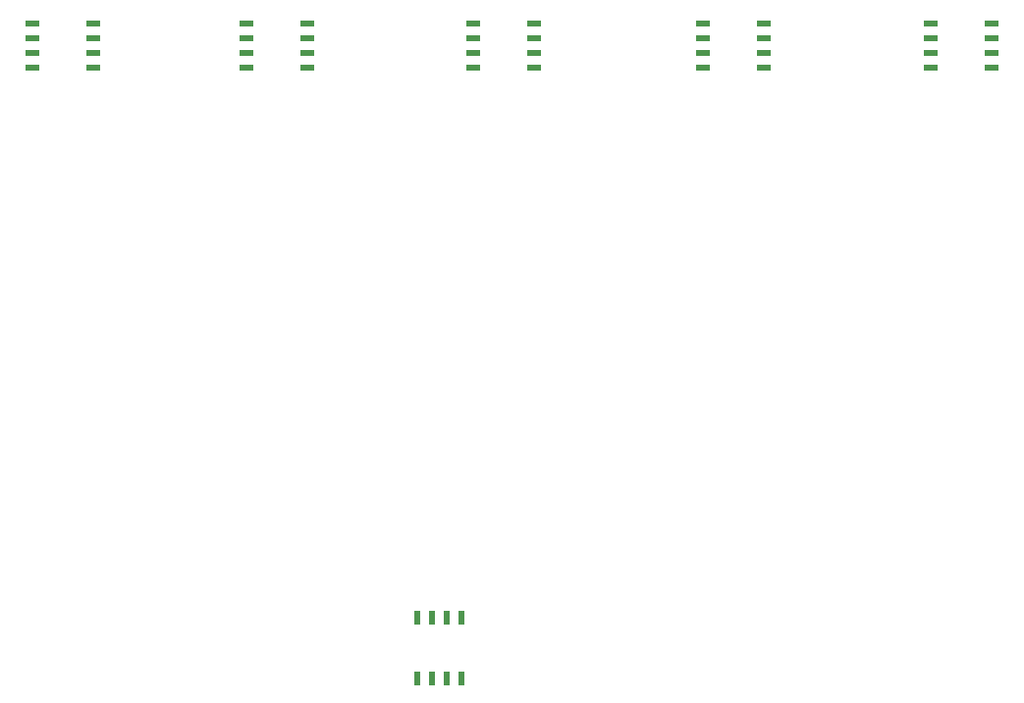
<source format=gbr>
%TF.GenerationSoftware,Altium Limited,Altium Designer,24.10.1 (45)*%
G04 Layer_Color=8421504*
%FSLAX45Y45*%
%MOMM*%
%TF.SameCoordinates,D700451D-F6DB-41F8-9F1A-DBDDD93A0A9D*%
%TF.FilePolarity,Positive*%
%TF.FileFunction,Paste,Top*%
%TF.Part,Single*%
G01*
G75*
%TA.AperFunction,SMDPad,CuDef*%
G04:AMPARAMS|DCode=10|XSize=0.55mm|YSize=1.25mm|CornerRadius=0.0495mm|HoleSize=0mm|Usage=FLASHONLY|Rotation=90.000|XOffset=0mm|YOffset=0mm|HoleType=Round|Shape=RoundedRectangle|*
%AMROUNDEDRECTD10*
21,1,0.55000,1.15100,0,0,90.0*
21,1,0.45100,1.25000,0,0,90.0*
1,1,0.09900,0.57550,0.22550*
1,1,0.09900,0.57550,-0.22550*
1,1,0.09900,-0.57550,-0.22550*
1,1,0.09900,-0.57550,0.22550*
%
%ADD10ROUNDEDRECTD10*%
G04:AMPARAMS|DCode=11|XSize=0.55mm|YSize=1.25mm|CornerRadius=0.0495mm|HoleSize=0mm|Usage=FLASHONLY|Rotation=180.000|XOffset=0mm|YOffset=0mm|HoleType=Round|Shape=RoundedRectangle|*
%AMROUNDEDRECTD11*
21,1,0.55000,1.15100,0,0,180.0*
21,1,0.45100,1.25000,0,0,180.0*
1,1,0.09900,-0.22550,0.57550*
1,1,0.09900,0.22550,0.57550*
1,1,0.09900,0.22550,-0.57550*
1,1,0.09900,-0.22550,-0.57550*
%
%ADD11ROUNDEDRECTD11*%
D10*
X6112500Y8959500D02*
D03*
Y9086500D02*
D03*
Y9213500D02*
D03*
Y9340500D02*
D03*
X5587500Y8959500D02*
D03*
Y9086500D02*
D03*
Y9213500D02*
D03*
Y9340500D02*
D03*
X9912499Y8959500D02*
D03*
Y9086500D02*
D03*
Y9213500D02*
D03*
Y9340500D02*
D03*
X9387499Y8959500D02*
D03*
Y9086500D02*
D03*
Y9213500D02*
D03*
Y9340500D02*
D03*
X13862500Y8959500D02*
D03*
Y9086500D02*
D03*
Y9213500D02*
D03*
Y9340500D02*
D03*
X13337500Y8959500D02*
D03*
Y9086500D02*
D03*
Y9213500D02*
D03*
Y9340500D02*
D03*
X11900000Y8959500D02*
D03*
Y9086500D02*
D03*
Y9213500D02*
D03*
Y9340500D02*
D03*
X11375000Y8959500D02*
D03*
Y9086500D02*
D03*
Y9213500D02*
D03*
Y9340500D02*
D03*
X7962500Y8959500D02*
D03*
Y9086500D02*
D03*
Y9213500D02*
D03*
Y9340500D02*
D03*
X7437500Y8959500D02*
D03*
Y9086500D02*
D03*
Y9213500D02*
D03*
Y9340500D02*
D03*
D11*
X9290500Y4212500D02*
D03*
X9163500D02*
D03*
X9036500D02*
D03*
X8909500D02*
D03*
X9290500Y3687500D02*
D03*
X9163500D02*
D03*
X9036500D02*
D03*
X8909500D02*
D03*
%TF.MD5,973a48828fcf5c260dd092c29c2daadf*%
M02*

</source>
